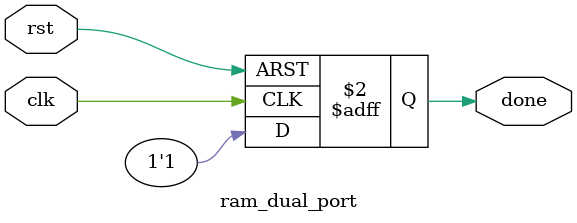
<source format=v>

module ram_dual_port(input clk, input rst, output reg done);
    always @(posedge clk or posedge rst) begin
        if (rst)
            done <= 0;
        else
            done <= 1;
    end
endmodule

</source>
